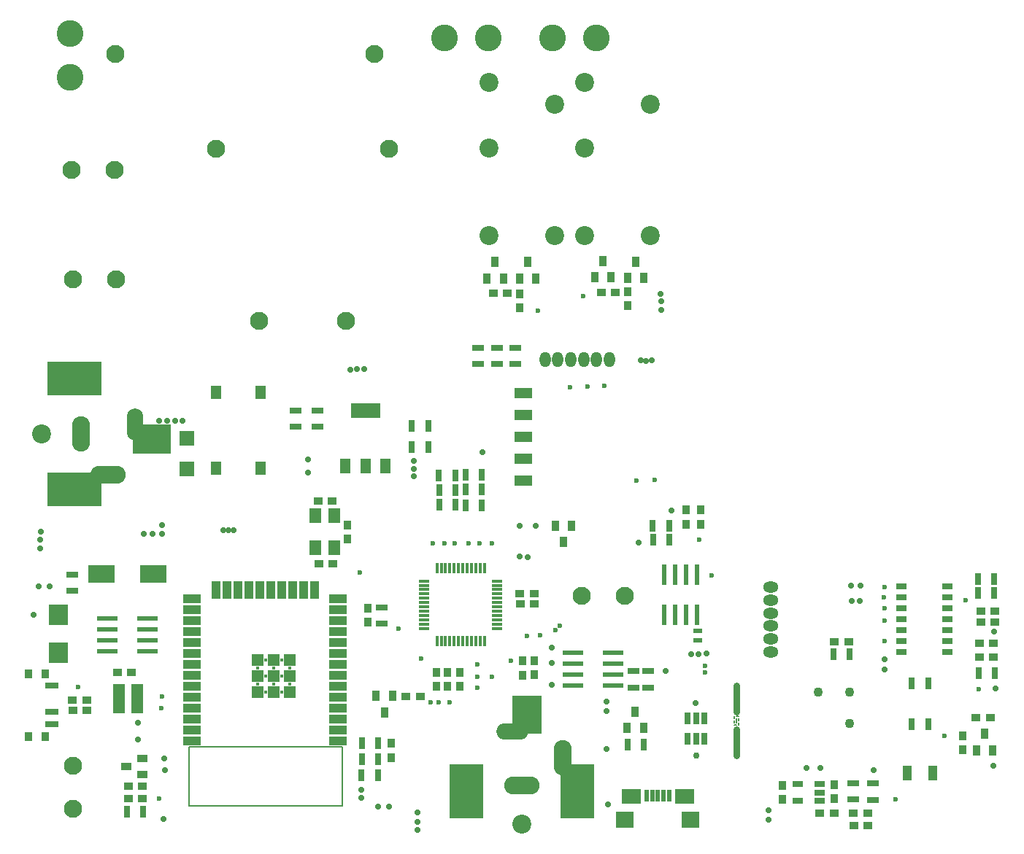
<source format=gts>
G04*
G04 #@! TF.GenerationSoftware,Altium Limited,Altium Designer,21.6.4 (81)*
G04*
G04 Layer_Color=8388736*
%FSLAX25Y25*%
%MOIN*%
G70*
G04*
G04 #@! TF.SameCoordinates,B0EADD32-72DF-464D-AA4A-4A4E6069522B*
G04*
G04*
G04 #@! TF.FilePolarity,Negative*
G04*
G01*
G75*
%ADD17C,0.00500*%
%ADD18C,0.03000*%
%ADD55R,0.05630X0.05630*%
%ADD56R,0.08268X0.03937*%
%ADD57R,0.03937X0.08268*%
%ADD58R,0.09252X0.02362*%
%ADD59R,0.03937X0.06693*%
%ADD60R,0.04331X0.03543*%
%ADD61R,0.05118X0.01575*%
%ADD62R,0.02756X0.05748*%
%ADD63R,0.05512X0.03150*%
%ADD64R,0.03150X0.05512*%
%ADD65R,0.05118X0.06693*%
%ADD66R,0.13386X0.06693*%
%ADD67R,0.01575X0.05118*%
%ADD68R,0.03543X0.04724*%
%ADD69R,0.07874X0.07480*%
%ADD70R,0.08661X0.06693*%
%ADD71R,0.01968X0.05709*%
%ADD72R,0.05315X0.06693*%
%ADD73R,0.03543X0.04331*%
%ADD74R,0.13386X0.17717*%
%ADD75R,0.15748X0.24803*%
%ADD76R,0.05039X0.02677*%
%ADD77R,0.08268X0.04724*%
%ADD78R,0.05118X0.06496*%
%ADD79R,0.04724X0.02756*%
%ADD80R,0.04331X0.02362*%
%ADD81R,0.02362X0.09252*%
%ADD82R,0.12205X0.08268*%
%ADD83R,0.08740X0.09252*%
%ADD84R,0.04724X0.03543*%
%ADD85R,0.24803X0.15748*%
%ADD86R,0.06693X0.06693*%
%ADD87R,0.17717X0.13386*%
%ADD88R,0.05512X0.13780*%
%ADD89R,0.06299X0.03150*%
%ADD90R,0.03543X0.04331*%
%ADD91C,0.01575*%
%ADD92C,0.12205*%
%ADD93C,0.04331*%
%ADD94O,0.07087X0.05118*%
%ADD95C,0.08268*%
%ADD96C,0.08661*%
%ADD97O,0.16142X0.08268*%
%ADD98O,0.08268X0.16142*%
%ADD99O,0.14567X0.07480*%
%ADD100O,0.05118X0.07087*%
%ADD101O,0.07480X0.14567*%
%ADD102C,0.00394*%
%ADD103C,0.02362*%
%ADD104C,0.02756*%
%ADD105C,0.02972*%
D17*
X78000Y45000D02*
X148000D01*
Y18000D02*
Y45000D01*
X78000Y18000D02*
X148000D01*
X78000D02*
Y45000D01*
X328000Y56000D02*
Y57000D01*
Y58000D01*
Y59000D02*
X329000D01*
Y57000D02*
Y58000D01*
Y55000D02*
Y56000D01*
X327000Y55000D02*
X328000D01*
X327000Y56000D02*
Y57000D01*
Y58000D02*
Y59000D01*
D18*
X328000Y41000D02*
Y53000D01*
Y61000D02*
Y73000D01*
D55*
X109388Y84449D02*
D03*
X116612D02*
D03*
X123837D02*
D03*
X109388Y77224D02*
D03*
X116612D02*
D03*
X123837D02*
D03*
X109388Y70000D02*
D03*
X116612D02*
D03*
X123837D02*
D03*
D56*
X79211Y47697D02*
D03*
X146140D02*
D03*
X79211Y52697D02*
D03*
Y57697D02*
D03*
Y62697D02*
D03*
Y67697D02*
D03*
Y72697D02*
D03*
Y77697D02*
D03*
Y82697D02*
D03*
Y87697D02*
D03*
Y92697D02*
D03*
Y97697D02*
D03*
Y102697D02*
D03*
Y107697D02*
D03*
Y112697D02*
D03*
X146140D02*
D03*
Y107697D02*
D03*
Y102697D02*
D03*
Y97697D02*
D03*
Y92697D02*
D03*
Y87697D02*
D03*
Y82697D02*
D03*
Y77697D02*
D03*
Y72697D02*
D03*
Y67697D02*
D03*
Y62697D02*
D03*
Y57697D02*
D03*
Y52697D02*
D03*
D57*
X135175Y116634D02*
D03*
X90175D02*
D03*
X95175D02*
D03*
X100175D02*
D03*
X105175D02*
D03*
X110175D02*
D03*
X115175D02*
D03*
X120175D02*
D03*
X125175D02*
D03*
X130175D02*
D03*
D58*
X253467Y87980D02*
D03*
Y82980D02*
D03*
Y77980D02*
D03*
Y72980D02*
D03*
X271774D02*
D03*
Y77980D02*
D03*
Y82980D02*
D03*
Y87980D02*
D03*
X40748Y93717D02*
D03*
Y98716D02*
D03*
X59055Y88717D02*
D03*
Y93717D02*
D03*
Y98716D02*
D03*
Y103717D02*
D03*
X40748D02*
D03*
Y88717D02*
D03*
D59*
X406151Y33051D02*
D03*
X417569D02*
D03*
D60*
X229253Y110170D02*
D03*
X229073Y115040D02*
D03*
X381471Y14600D02*
D03*
X387909D02*
D03*
X381602Y8950D02*
D03*
X388038D02*
D03*
X438932Y92330D02*
D03*
X445368D02*
D03*
X438923Y85810D02*
D03*
X445360D02*
D03*
X445938Y101830D02*
D03*
X439501D02*
D03*
X446038Y106790D02*
D03*
X439602D02*
D03*
X235510Y115040D02*
D03*
X235690Y110170D02*
D03*
X183589Y67890D02*
D03*
X177152D02*
D03*
X372742Y92820D02*
D03*
X379179D02*
D03*
X143719Y128670D02*
D03*
X137282D02*
D03*
X45281Y79000D02*
D03*
X51718D02*
D03*
X437401Y58140D02*
D03*
X443839D02*
D03*
X372490Y14740D02*
D03*
X366053D02*
D03*
X50282Y21200D02*
D03*
X56718D02*
D03*
X143410Y157280D02*
D03*
X136973D02*
D03*
X266181Y252720D02*
D03*
X272619D02*
D03*
X223410Y252270D02*
D03*
X216973D02*
D03*
X31319Y61500D02*
D03*
X24882D02*
D03*
X31218Y66200D02*
D03*
X24781D02*
D03*
X56718Y26900D02*
D03*
X50282D02*
D03*
D61*
X218765Y112826D02*
D03*
Y114795D02*
D03*
Y120700D02*
D03*
Y116763D02*
D03*
Y110857D02*
D03*
Y108889D02*
D03*
Y106921D02*
D03*
Y104952D02*
D03*
Y102983D02*
D03*
Y101015D02*
D03*
Y99046D02*
D03*
X185300Y120700D02*
D03*
Y99046D02*
D03*
Y101015D02*
D03*
Y102983D02*
D03*
Y104952D02*
D03*
Y108889D02*
D03*
Y110857D02*
D03*
Y112826D02*
D03*
Y114795D02*
D03*
Y116763D02*
D03*
Y118731D02*
D03*
X218765D02*
D03*
X185300Y106921D02*
D03*
D62*
X313300Y48714D02*
D03*
X309560D02*
D03*
X305820D02*
D03*
Y57966D02*
D03*
X309560D02*
D03*
X313300D02*
D03*
D63*
X381460Y20870D02*
D03*
Y28350D02*
D03*
X390310Y20710D02*
D03*
Y28190D02*
D03*
X281080Y72000D02*
D03*
Y79480D02*
D03*
X287800Y71970D02*
D03*
Y79450D02*
D03*
X227000Y227240D02*
D03*
Y219760D02*
D03*
X218500D02*
D03*
Y227240D02*
D03*
X210000Y219760D02*
D03*
Y227240D02*
D03*
X166030Y101150D02*
D03*
Y108630D02*
D03*
X24500Y123740D02*
D03*
X126700Y198716D02*
D03*
X136684D02*
D03*
X24500Y116260D02*
D03*
X126700Y191235D02*
D03*
X136684D02*
D03*
D64*
X438650Y78560D02*
D03*
X446130D02*
D03*
X49620Y15200D02*
D03*
X57100D02*
D03*
X438210Y121560D02*
D03*
X445690D02*
D03*
X438230Y115220D02*
D03*
X445710D02*
D03*
X192200Y162400D02*
D03*
X199680D02*
D03*
X199580Y169000D02*
D03*
X192100D02*
D03*
X204320Y169400D02*
D03*
X211800D02*
D03*
X192200Y155500D02*
D03*
X199680D02*
D03*
X211800Y155300D02*
D03*
X204320D02*
D03*
X211800Y162500D02*
D03*
X204320D02*
D03*
X297210Y146030D02*
D03*
X289730D02*
D03*
X297330Y139610D02*
D03*
X289850D02*
D03*
X372230Y87220D02*
D03*
X379710D02*
D03*
X415600Y73810D02*
D03*
X408120D02*
D03*
Y55170D02*
D03*
X415600D02*
D03*
X285680Y45900D02*
D03*
X278200D02*
D03*
X156920Y39400D02*
D03*
X156960Y46600D02*
D03*
X187300Y182040D02*
D03*
X187240Y191590D02*
D03*
X164400Y39400D02*
D03*
X156760Y31800D02*
D03*
X164240D02*
D03*
X164440Y46600D02*
D03*
X179820Y182040D02*
D03*
X179760Y191590D02*
D03*
D65*
X167555Y173402D02*
D03*
X149445D02*
D03*
X158500D02*
D03*
D66*
Y198598D02*
D03*
D67*
X191206Y126605D02*
D03*
X195142D02*
D03*
X197111D02*
D03*
X199080D02*
D03*
X201048D02*
D03*
X203016D02*
D03*
X204985D02*
D03*
X206954D02*
D03*
X208922D02*
D03*
X210891D02*
D03*
X212859D02*
D03*
Y93141D02*
D03*
X208922D02*
D03*
X206954D02*
D03*
X204985D02*
D03*
X203016D02*
D03*
X201048D02*
D03*
X199080D02*
D03*
X197111D02*
D03*
X195142D02*
D03*
X193174D02*
D03*
X191206D02*
D03*
X193174Y126605D02*
D03*
X210891Y93141D02*
D03*
D68*
X281800Y60921D02*
D03*
X285540Y53479D02*
D03*
X278060D02*
D03*
X170940Y68120D02*
D03*
X167200Y60680D02*
D03*
X163460Y68120D02*
D03*
X263260Y259559D02*
D03*
X270740D02*
D03*
X267000Y267000D02*
D03*
X437660Y43339D02*
D03*
X445140D02*
D03*
X441400Y50780D02*
D03*
X248900Y138600D02*
D03*
X245160Y146041D02*
D03*
X252640D02*
D03*
X282000Y266721D02*
D03*
X285740Y259279D02*
D03*
X278260D02*
D03*
X217760Y266441D02*
D03*
X221500Y259000D02*
D03*
X214020D02*
D03*
X232740Y266441D02*
D03*
X236480Y259000D02*
D03*
X229000D02*
D03*
D69*
X307063Y11500D02*
D03*
X277141D02*
D03*
D70*
X304307Y22238D02*
D03*
X279897D02*
D03*
D71*
X286984Y22720D02*
D03*
X289543D02*
D03*
X292102D02*
D03*
X294661D02*
D03*
X297220D02*
D03*
D72*
X144351Y135846D02*
D03*
Y150414D02*
D03*
X135689Y135846D02*
D03*
Y150414D02*
D03*
D73*
X150390Y139971D02*
D03*
Y146408D02*
D03*
X201550Y72501D02*
D03*
Y78939D02*
D03*
X235570Y77842D02*
D03*
Y84279D02*
D03*
X230420Y84109D02*
D03*
Y77671D02*
D03*
X372810Y21231D02*
D03*
Y27668D02*
D03*
X195850Y72512D02*
D03*
Y78948D02*
D03*
X190880Y79018D02*
D03*
Y72581D02*
D03*
X349080Y20932D02*
D03*
Y27369D02*
D03*
X431170Y43420D02*
D03*
Y49857D02*
D03*
X311590Y146650D02*
D03*
Y153087D02*
D03*
X304950Y146720D02*
D03*
Y153157D02*
D03*
X159790Y108299D02*
D03*
Y101862D02*
D03*
X278200Y253018D02*
D03*
Y246582D02*
D03*
X228900Y245563D02*
D03*
Y252000D02*
D03*
X170290Y46448D02*
D03*
Y40012D02*
D03*
D74*
X232453Y59736D02*
D03*
D75*
X255287Y24500D02*
D03*
X204500D02*
D03*
D76*
X403305Y118090D02*
D03*
Y113090D02*
D03*
Y108090D02*
D03*
Y103090D02*
D03*
Y98090D02*
D03*
Y93090D02*
D03*
Y88090D02*
D03*
X424250Y118090D02*
D03*
Y113090D02*
D03*
Y108090D02*
D03*
Y103090D02*
D03*
Y98090D02*
D03*
Y93090D02*
D03*
Y88090D02*
D03*
D77*
X230500Y206500D02*
D03*
Y196500D02*
D03*
Y186500D02*
D03*
Y176500D02*
D03*
Y166500D02*
D03*
D78*
X90244Y172177D02*
D03*
Y206823D02*
D03*
X110756D02*
D03*
Y172177D02*
D03*
D79*
X366108Y20300D02*
D03*
Y24040D02*
D03*
Y27780D02*
D03*
X355872D02*
D03*
Y20300D02*
D03*
D80*
X310380Y97825D02*
D03*
Y93495D02*
D03*
D81*
X295100Y105347D02*
D03*
X300100D02*
D03*
X305100D02*
D03*
X310100D02*
D03*
Y123653D02*
D03*
X305100D02*
D03*
X300100D02*
D03*
X295100D02*
D03*
D82*
X38091Y123776D02*
D03*
X61713D02*
D03*
D83*
X18200Y105202D02*
D03*
Y87998D02*
D03*
D84*
X56721Y39740D02*
D03*
X49279Y36000D02*
D03*
X56721Y32260D02*
D03*
D85*
X25744Y213394D02*
D03*
Y162606D02*
D03*
D86*
X77000Y186000D02*
D03*
Y171827D02*
D03*
D87*
X60980Y185441D02*
D03*
D88*
X54268Y67000D02*
D03*
X46000D02*
D03*
D89*
X15390Y72858D02*
D03*
Y61047D02*
D03*
Y55142D02*
D03*
D90*
X12437Y49630D02*
D03*
Y78370D02*
D03*
X4563Y49630D02*
D03*
Y78370D02*
D03*
D91*
X113000Y84449D02*
D03*
X120224D02*
D03*
X109388Y80837D02*
D03*
X116612D02*
D03*
X123837D02*
D03*
X113000Y77224D02*
D03*
X120224D02*
D03*
X109388Y73612D02*
D03*
X116612D02*
D03*
X123837D02*
D03*
X113000Y70000D02*
D03*
X120224D02*
D03*
D92*
X214500Y369000D02*
D03*
X194500D02*
D03*
X264000D02*
D03*
X244000D02*
D03*
X23500Y371000D02*
D03*
Y351000D02*
D03*
D93*
X365363Y69907D02*
D03*
X379537D02*
D03*
Y55733D02*
D03*
D94*
X343550Y117821D02*
D03*
Y111916D02*
D03*
Y106010D02*
D03*
Y100104D02*
D03*
Y94199D02*
D03*
Y88293D02*
D03*
D95*
X44445Y361500D02*
D03*
X162555D02*
D03*
X257358Y113800D02*
D03*
X277043D02*
D03*
X24158Y308500D02*
D03*
X25000Y258500D02*
D03*
X43843Y308500D02*
D03*
X44685Y258500D02*
D03*
X25000Y36342D02*
D03*
Y16657D02*
D03*
X90445Y318240D02*
D03*
X169185D02*
D03*
X149500Y239500D02*
D03*
X110130D02*
D03*
D96*
X229894Y9539D02*
D03*
X215000Y278500D02*
D03*
X245000D02*
D03*
X215000Y318500D02*
D03*
X245000Y338500D02*
D03*
X215000Y348500D02*
D03*
X258600Y278700D02*
D03*
X288600D02*
D03*
X258600Y318700D02*
D03*
X288600Y338700D02*
D03*
X258600Y348700D02*
D03*
X10784Y188000D02*
D03*
D97*
X229894Y27256D02*
D03*
X41098Y169102D02*
D03*
D98*
X248791Y39854D02*
D03*
X28500Y188000D02*
D03*
D99*
X225563Y52059D02*
D03*
D100*
X270028Y221800D02*
D03*
X264122D02*
D03*
X258217D02*
D03*
X252311D02*
D03*
X246406D02*
D03*
X240500D02*
D03*
D101*
X53303Y192331D02*
D03*
D102*
X8500Y69906D02*
D03*
Y58095D02*
D03*
D103*
X188190Y65220D02*
D03*
X313550Y81954D02*
D03*
X247300Y100280D02*
D03*
X313550Y78986D02*
D03*
X245201Y98181D02*
D03*
X423090Y49780D02*
D03*
X400700Y20760D02*
D03*
X395540Y93090D02*
D03*
Y102720D02*
D03*
X395740Y108120D02*
D03*
X395470Y113120D02*
D03*
X395610Y117860D02*
D03*
X438640Y71320D02*
D03*
X432670Y111880D02*
D03*
X194755Y137808D02*
D03*
X189250Y137819D02*
D03*
X237420Y244380D02*
D03*
X209740Y71820D02*
D03*
X197070Y65240D02*
D03*
X191830Y65210D02*
D03*
X232364Y95640D02*
D03*
X225030Y84150D02*
D03*
X216480Y76890D02*
D03*
X209740Y76800D02*
D03*
X209620Y82440D02*
D03*
X238160Y95860D02*
D03*
X173530Y99046D02*
D03*
X65540Y67930D02*
D03*
X65430Y62680D02*
D03*
X184142Y85091D02*
D03*
X216160Y137819D02*
D03*
X199300D02*
D03*
X205690D02*
D03*
X210610D02*
D03*
X267660Y209880D02*
D03*
X282260Y166690D02*
D03*
X290490Y167070D02*
D03*
X260020Y209510D02*
D03*
X316730Y123080D02*
D03*
X310870Y139490D02*
D03*
X252080Y209190D02*
D03*
X155900Y124500D02*
D03*
X258000Y250820D02*
D03*
X64300Y21100D02*
D03*
X27300Y72400D02*
D03*
D104*
X314210Y87420D02*
D03*
X310670Y87330D02*
D03*
X307220Y87300D02*
D03*
X182320Y14760D02*
D03*
X182370Y10630D02*
D03*
X182420Y6870D02*
D03*
X10040Y135660D02*
D03*
X10120Y139540D02*
D03*
X10190Y143160D02*
D03*
X157900Y217460D02*
D03*
X154750D02*
D03*
X151780Y217400D02*
D03*
X289250Y221420D02*
D03*
X286760Y221370D02*
D03*
X284450Y221420D02*
D03*
X98310Y143850D02*
D03*
X95970D02*
D03*
X93750D02*
D03*
X65618Y146370D02*
D03*
X65620Y142252D02*
D03*
X61370D02*
D03*
X57250D02*
D03*
X156820Y21530D02*
D03*
X156750Y25390D02*
D03*
X66770Y39460D02*
D03*
X66930Y34330D02*
D03*
X211960Y179710D02*
D03*
X293680Y244690D02*
D03*
X293510Y248580D02*
D03*
X293340Y251960D02*
D03*
X283450Y138360D02*
D03*
X268640Y61400D02*
D03*
Y65440D02*
D03*
Y43880D02*
D03*
X232540Y131700D02*
D03*
X229140Y131800D02*
D03*
X66420Y11940D02*
D03*
X7100Y105310D02*
D03*
X180790Y168650D02*
D03*
Y171870D02*
D03*
Y175540D02*
D03*
X229110Y145880D02*
D03*
X236170Y146030D02*
D03*
X295550Y79730D02*
D03*
X309450Y64860D02*
D03*
X395500Y80290D02*
D03*
X395540Y84750D02*
D03*
X390700Y34350D02*
D03*
X359950Y35260D02*
D03*
X366160Y35380D02*
D03*
X384750Y118650D02*
D03*
X380470Y118580D02*
D03*
X342520Y11540D02*
D03*
Y16050D02*
D03*
X445230Y36330D02*
D03*
X384430Y111540D02*
D03*
X380720Y111500D02*
D03*
X446260Y71520D02*
D03*
X445620Y97440D02*
D03*
X269240Y18430D02*
D03*
X132400Y176300D02*
D03*
X132440Y170100D02*
D03*
X169180Y17680D02*
D03*
X164220Y17570D02*
D03*
X243560Y90230D02*
D03*
Y83080D02*
D03*
X243650Y73310D02*
D03*
X298160Y152980D02*
D03*
X54600Y48100D02*
D03*
X54500Y55800D02*
D03*
X9400Y118300D02*
D03*
X14400D02*
D03*
X64300Y189500D02*
D03*
X75000Y193900D02*
D03*
X71500D02*
D03*
X67900D02*
D03*
X64200D02*
D03*
D105*
X309660Y40930D02*
D03*
M02*

</source>
